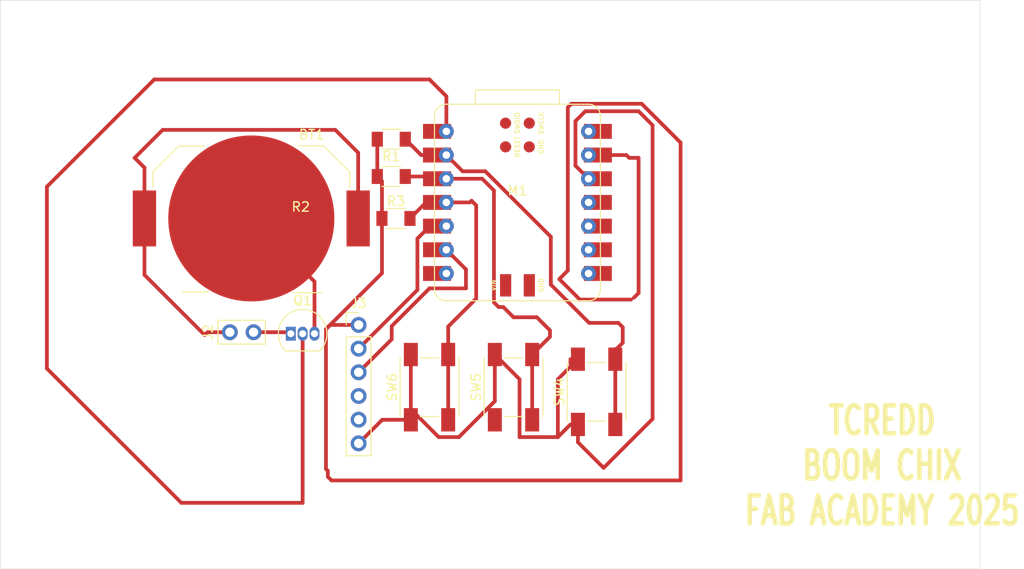
<source format=kicad_pcb>
(kicad_pcb (version 20241229) (generator "pcbnew") (generator_version "9.0")
  (layers (0 "F.Cu" signal) (2 "B.Cu" signal) (13 "F.Paste" user) (15 "B.Paste" user) (5 "F.SilkS" user "F.Silkscreen") (7 "B.SilkS" user "B.Silkscreen") (1 "F.Mask" user) (3 "B.Mask" user) (25 "Edge.Cuts" user))
  (net 0 "")
  (net 1 "Net-(BT1-+)")
  (net 2 "Net-(BT1--)")
  (net 3 "Net-(M1-D0)")
  (net 4 "GND")
  (net 6 "Net-(J2-Pin_2)")
  (net 8 "Net-(M1-D3)")
  (net 9 "Net-(M1-D2)")
  (net 11 "Net-(M1-D1)")
  (net 15 "Net-(J3-Pin_6)")
  (net 18 "Net-(J3-Pin_2)")
  (net 20 "Net-(J3-Pin_3)")
  (footprint "fab:Button_Omron_B3SN_6.0x6.0mm" (layer "F.Cu") (at 163.405 64.5 90)
    (property "Reference" "SW4" (at 0 -4 90) (layer "F.SilkS"))
    (property "Value" "Switch_Tactile_Omron")
    (fp_line (start -3.15 -3.15) (end 3.15 -3.15) (stroke (width 0.12)) (layer "F.SilkS"))
    (fp_line (start 3.15 -1) (end 3.15 1) (stroke (width 0.12)) (layer "F.SilkS"))
    (fp_line (start -3.15 1) (end -3.15 -1) (stroke (width 0.12)) (layer "F.SilkS"))
    (fp_line (start 3.15 3.15) (end -3.15 3.15) (stroke (width 0.12)) (layer "F.SilkS"))
    (pad "1" smd rect (at -3.5 -2 90) (size 2.5 1.5) (layers "F.Cu" "F.Mask" "F.Paste") (net 15 "Net-(J3-Pin_6)"))
    (pad "1" smd rect (at 3.5 -2 90) (size 2.5 1.5) (layers "F.Cu" "F.Mask" "F.Paste") (net 15 "Net-(J3-Pin_6)"))
    (pad "2" smd rect (at -3.5 2 90) (size 2.5 1.5) (layers "F.Cu" "F.Mask" "F.Paste") (net 11 "Net-(M1-D1)"))
    (pad "2" smd rect (at 3.5 2 90) (size 2.5 1.5) (layers "F.Cu" "F.Mask" "F.Paste") (net 11 "Net-(M1-D1)"))
  )
  (footprint "fab:PinHeader_01x06_P2.54mm_Vertical_THT_D1mm" (layer "F.Cu") (at 137.905 57.325)
    (property "Reference" "J3" (at 0 -2.33 0) (layer "F.SilkS"))
    (property "Value" "PinHeader_01x06_P2.54mm_Vertical_THT_D1mm")
    (fp_line (start -1.33 -1.33) (end 0 -1.33) (stroke (width 0.12)) (layer "F.SilkS"))
    (fp_line (start -1.33 0) (end -1.33 -1.33) (stroke (width 0.12)) (layer "F.SilkS"))
    (fp_line (start -1.33 1.27) (end -1.33 14.03) (stroke (width 0.12)) (layer "F.SilkS"))
    (fp_line (start -1.33 1.27) (end 1.33 1.27) (stroke (width 0.12)) (layer "F.SilkS"))
    (fp_line (start -1.33 14.03) (end 1.33 14.03) (stroke (width 0.12)) (layer "F.SilkS"))
    (fp_line (start 1.33 1.27) (end 1.33 14.03) (stroke (width 0.12)) (layer "F.SilkS"))
    (pad "1" thru_hole circle (at 0 0) (size 1.7 1.7) (drill 1) (layers "*.Cu" "*.Mask") (net 4 "GND"))
    (pad "2" thru_hole oval (at 0 2.54) (size 1.7 1.7) (drill 1) (layers "*.Cu" "*.Mask") (net 18 "Net-(J3-Pin_2)"))
    (pad "3" thru_hole oval (at 0 5.08) (size 1.7 1.7) (drill 1) (layers "*.Cu" "*.Mask") (net 20 "Net-(J3-Pin_3)"))
    (pad "4" thru_hole oval (at 0 7.62) (size 1.7 1.7) (drill 1) (layers "*.Cu" "*.Mask"))
    (pad "5" thru_hole oval (at 0 10.16) (size 1.7 1.7) (drill 1) (layers "*.Cu" "*.Mask"))
    (pad "6" thru_hole oval (at 0 12.7) (size 1.7 1.7) (drill 1) (layers "*.Cu" "*.Mask") (net 15 "Net-(J3-Pin_6)"))
  )
  (footprint "fab:R_1206" (layer "F.Cu") (at 141.405 37.405 180)
    (property "Reference" "R1" (at 0 -1.85 0) (layer "F.SilkS"))
    (property "Value" "R_1206")
    (fp_line (start 1 1.07) (end -1 1.07) (stroke (width 0.12)) (layer "F.SilkS"))
    (fp_line (start -1 -1.07) (end 1 -1.07) (stroke (width 0.12)) (layer "F.SilkS"))
    (pad "1" smd rect (at -1.5 0 180) (size 1.2 1.6) (layers "F.Cu" "F.Mask" "F.Paste") (net 11 "Net-(M1-D1)"))
    (pad "2" smd rect (at 1.5 0 180) (size 1.2 1.6) (layers "F.Cu" "F.Mask" "F.Paste") (net 4 "GND"))
  )
  (footprint "fab:Button_Omron_B3SN_6.0x6.0mm" (layer "F.Cu") (at 145.5 64 90)
    (property "Reference" "SW6" (at 0 -4 90) (layer "F.SilkS"))
    (property "Value" "Switch_Tactile_Omron" (hide yes))
    (fp_line (start -3.15 -3.15) (end 3.15 -3.15) (stroke (width 0.12)) (layer "F.SilkS"))
    (fp_line (start 3.15 -1) (end 3.15 1) (stroke (width 0.12)) (layer "F.SilkS"))
    (fp_line (start -3.15 1) (end -3.15 -1) (stroke (width 0.12)) (layer "F.SilkS"))
    (fp_line (start 3.15 3.15) (end -3.15 3.15) (stroke (width 0.12)) (layer "F.SilkS"))
    (pad "1" smd rect (at -3.5 -2 90) (size 2.5 1.5) (layers "F.Cu" "F.Mask" "F.Paste") (net 15 "Net-(J3-Pin_6)"))
    (pad "1" smd rect (at 3.5 -2 90) (size 2.5 1.5) (layers "F.Cu" "F.Mask" "F.Paste") (net 15 "Net-(J3-Pin_6)"))
    (pad "2" smd rect (at -3.5 2 90) (size 2.5 1.5) (layers "F.Cu" "F.Mask" "F.Paste") (net 8 "Net-(M1-D3)"))
    (pad "2" smd rect (at 3.5 2 90) (size 2.5 1.5) (layers "F.Cu" "F.Mask" "F.Paste") (net 8 "Net-(M1-D3)"))
  )
  (footprint "fab:PinHeader_01x02_P2.54mm_Vertical_THT_D1mm" (layer "F.Cu") (at 124.105 58.105 90)
    (property "Reference" "J2" (at 0 -2.33 90) (layer "F.SilkS"))
    (property "Value" "PinHeader_01x02_P2.54mm_Vertical_THT_D1mm")
    (fp_line (start 1.27 -1.27) (end 1.27 3.81) (stroke (width 0.12)) (layer "F.SilkS"))
    (fp_line (start -1.27 -1.27) (end 1.27 -1.27) (stroke (width 0.12)) (layer "F.SilkS"))
    (fp_line (start -1.27 -1.27) (end -1.27 3.81) (stroke (width 0.12)) (layer "F.SilkS"))
    (fp_line (start -1.27 3.81) (end 1.27 3.81) (stroke (width 0.12)) (layer "F.SilkS"))
    (pad "1" thru_hole oval (at 0 0 90) (size 1.7 1.7) (drill 1) (layers "*.Cu" "*.Mask") (net 1 "Net-(BT1-+)"))
    (pad "2" thru_hole oval (at 0 2.54 90) (size 1.7 1.7) (drill 1) (layers "*.Cu" "*.Mask") (net 6 "Net-(J2-Pin_2)"))
  )
  (footprint "fab:Button_Omron_B3SN_6.0x6.0mm" (layer "F.Cu") (at 154.5 64 90)
    (property "Reference" "SW5" (at 0 -4 90) (layer "F.SilkS"))
    (property "Value" "Switch_Tactile_Omron")
    (fp_line (start -3.15 -3.15) (end 3.15 -3.15) (stroke (width 0.12)) (layer "F.SilkS"))
    (fp_line (start 3.15 -1) (end 3.15 1) (stroke (width 0.12)) (layer "F.SilkS"))
    (fp_line (start -3.15 1) (end -3.15 -1) (stroke (width 0.12)) (layer "F.SilkS"))
    (fp_line (start 3.15 3.15) (end -3.15 3.15) (stroke (width 0.12)) (layer "F.SilkS"))
    (pad "1" smd rect (at -3.5 -2 90) (size 2.5 1.5) (layers "F.Cu" "F.Mask" "F.Paste") (net 15 "Net-(J3-Pin_6)"))
    (pad "1" smd rect (at 3.5 -2 90) (size 2.5 1.5) (layers "F.Cu" "F.Mask" "F.Paste") (net 15 "Net-(J3-Pin_6)"))
    (pad "2" smd rect (at -3.5 2 90) (size 2.5 1.5) (layers "F.Cu" "F.Mask" "F.Paste") (net 9 "Net-(M1-D2)"))
    (pad "2" smd rect (at 3.5 2 90) (size 2.5 1.5) (layers "F.Cu" "F.Mask" "F.Paste") (net 9 "Net-(M1-D2)"))
  )
  (footprint "Package_TO_SOT_THT:TO-92_Inline" (layer "F.Cu") (at 130.635 58.265)
    (property "Reference" "Q1" (at 1.27 -3.56 0) (layer "F.SilkS"))
    (property "Value" "2N3904")
    (fp_line (start -0.53 1.85) (end 3.07 1.85) (stroke (width 0.12)) (layer "F.SilkS"))
    (fp_arc (start -0.568478 1.838478) (mid -1.132087 -0.994977) (end 1.27 -2.6) (stroke (width 0.12)) (layer "F.SilkS"))
    (fp_arc (start 1.27 -2.6) (mid 3.672087 -0.994977) (end 3.108478 1.838478) (stroke (width 0.12)) (layer "F.SilkS"))
    (pad "1" thru_hole rect (at 0 0) (size 1.05 1.5) (drill 0.75) (layers "*.Cu" "*.Mask") (net 6 "Net-(J2-Pin_2)"))
    (pad "2" thru_hole oval (at 1.27 0) (size 1.05 1.5) (drill 0.75) (layers "*.Cu" "*.Mask") (net 3 "Net-(M1-D0)"))
    (pad "3" thru_hole oval (at 2.54 0) (size 1.05 1.5) (drill 0.75) (layers "*.Cu" "*.Mask") (net 2 "Net-(BT1--)"))
  )
  (footprint "fab:R_1206" (layer "F.Cu") (at 141.405 41.405 180)
    (property "Reference" "R2" (at 9.7 -3.26 0) (layer "F.SilkS"))
    (property "Value" "R_1206")
    (fp_line (start 1 1.07) (end -1 1.07) (stroke (width 0.12)) (layer "F.SilkS"))
    (fp_line (start -1 -1.07) (end 1 -1.07) (stroke (width 0.12)) (layer "F.SilkS"))
    (pad "1" smd rect (at -1.5 0 180) (size 1.2 1.6) (layers "F.Cu" "F.Mask" "F.Paste") (net 9 "Net-(M1-D2)"))
    (pad "2" smd rect (at 1.5 0 180) (size 1.2 1.6) (layers "F.Cu" "F.Mask" "F.Paste") (net 4 "GND"))
  )
  (footprint "fab:R_1206" (layer "F.Cu") (at 141.905 45.905)
    (property "Reference" "R3" (at 0 -1.85 0) (layer "F.SilkS"))
    (property "Value" "R_1206")
    (fp_line (start -1 -1.07) (end 1 -1.07) (stroke (width 0.12)) (layer "F.SilkS"))
    (fp_line (start 1 1.07) (end -1 1.07) (stroke (width 0.12)) (layer "F.SilkS"))
    (pad "1" smd rect (at -1.5 0) (size 1.2 1.6) (layers "F.Cu" "F.Mask" "F.Paste") (net 4 "GND"))
    (pad "2" smd rect (at 1.5 0) (size 1.2 1.6) (layers "F.Cu" "F.Mask" "F.Paste") (net 8 "Net-(M1-D3)"))
  )
  (footprint "fab:Battery-Holder_Coin-Cell_CR2032_Linx_BAT-HLD-001" (layer "F.Cu") (at 126.405 45.905)
    (property "Reference" "BT1" (at 5 -9 0) (layer "F.SilkS") (effects (justify left)))
    (property "Value" "Battery-Holder_Coin-Cell_CR2032_Linx_BAT-HLD-001")
    (fp_line (start -10.55 -5) (end -10.55 -3.35) (stroke (width 0.12)) (layer "F.SilkS"))
    (fp_line (start -7.8 -7.75) (end -10.55 -5) (stroke (width 0.12)) (layer "F.SilkS"))
    (fp_line (start -7.8 -7.75) (end -5 -7.75) (stroke (width 0.12)) (layer "F.SilkS"))
    (fp_line (start -7.37 7.89) (end -4.57 7.89) (stroke (width 0.12)) (layer "F.SilkS"))
    (fp_line (start 5 -7.8) (end 7.7 -7.8) (stroke (width 0.12)) (layer "F.SilkS"))
    (fp_line (start 7.58 7.96) (end 4.36 7.96) (stroke (width 0.12)) (layer "F.SilkS"))
    (fp_line (start 7.7 -7.8) (end 10.55 -5) (stroke (width 0.12)) (layer "F.SilkS"))
    (fp_line (start 10.55 -5) (end 10.55 -3.33) (stroke (width 0.12)) (layer "F.SilkS"))
    (pad "1" smd rect (at -11.45 0) (size 2.5 6) (layers "F.Cu" "F.Mask" "F.Paste") (net 1 "Net-(BT1-+)"))
    (pad "1" smd rect (at 11.45 0) (size 2.5 6) (layers "F.Cu" "F.Mask" "F.Paste") (net 1 "Net-(BT1-+)"))
    (pad "2" smd circle (at 0 0) (size 17.8 17.8) (layers "F.Cu" "F.Mask" "F.Paste") (net 2 "Net-(BT1--)"))
  )
  (footprint "fab:SeeedStudio_XIAO_RP2040" (layer "F.Cu") (at 154.92 44.185)
    (property "Reference" "M1" (at 0 -1.27 0) (layer "F.SilkS"))
    (property "Value" "Module_XIAO-RP2040")
    (fp_line (start -8.8875 9.281) (end -8.8875 -9.261) (stroke (width 0.12)) (layer "F.SilkS"))
    (fp_line (start -7.6175 -10.531) (end 7.6225 -10.531) (stroke (width 0.12)) (layer "F.SilkS"))
    (fp_line (start 7.6225 10.551) (end -7.6175 10.551) (stroke (width 0.12)) (layer "F.SilkS"))
    (fp_line (start 8.8925 -9.261) (end 8.8925 9.281) (stroke (width 0.12)) (layer "F.SilkS"))
    (fp_rect (start -4.4975 -10.531) (end 4.5025 -12.055) (stroke (width 0.12)) (fill no) (layer "F.SilkS"))
    (fp_arc (start -8.8875 -9.261) (mid -8.515526 -10.159026) (end -7.6175 -10.531) (stroke (width 0.12)) (layer "F.SilkS"))
    (fp_arc (start -7.6175 10.551) (mid -8.515526 10.179026) (end -8.8875 9.281) (stroke (width 0.12)) (layer "F.SilkS"))
    (fp_arc (start 7.6225 -10.531) (mid 8.520526 -10.159026) (end 8.8925 -9.261) (stroke (width 0.12)) (layer "F.SilkS"))
    (fp_arc (start 8.8925 9.281) (mid 8.520526 10.179026) (end 7.6225 10.551) (stroke (width 0.12)) (layer "F.SilkS"))
    (fp_text user "RESET" (at 0 -5.96 90) (layer "F.SilkS") (effects (font (size 0.5 0.5) (thickness 0.1) (bold yes))))
    (fp_text user "GND" (at 2.54 -5.96 90) (layer "F.SilkS") (effects (font (size 0.5 0.5) (thickness 0.1) (bold yes))))
    (fp_text user "GND" (at 2.545 8.89 90) (layer "F.SilkS") (effects (font (size 0.5 0.5) (thickness 0.1) (bold yes))))
    (fp_text user "VIN" (at -2.535 8.89 90) (layer "F.SilkS") (effects (font (size 0.5 0.5) (thickness 0.1) (bold yes))))
    (fp_text user "SWDIO" (at 0 -8.5 90) (layer "F.SilkS") (effects (font (size 0.5 0.5) (thickness 0.1) (bold yes))))
    (fp_text user "SWCLK" (at 2.54 -8.5 90) (layer "F.SilkS") (effects (font (size 0.5 0.5) (thickness 0.1) (bold yes))))
    (pad "1" thru_hole circle (at -7.615 -7.62) (size 1.6 1.6) (drill 0.8) (layers "*.Cu" "*.Mask") (net 3 "Net-(M1-D0)"))
    (pad "1" smd rect (at -7.615 -7.62) (size 3 1.6) (drill (offset -1 0)) (layers "F.Cu" "F.Mask" "F.Paste") (net 3 "Net-(M1-D0)"))
    (pad "2" thru_hole circle (at -7.615 -5.08) (size 1.6 1.6) (drill 0.8) (layers "*.Cu" "*.Mask") (net 11 "Net-(M1-D1)"))
    (pad "2" smd rect (at -7.615 -5.08) (size 3 1.6) (drill (offset -1 0)) (layers "F.Cu" "F.Mask" "F.Paste") (net 11 "Net-(M1-D1)"))
    (pad "3" thru_hole circle (at -7.615 -2.54) (size 1.6 1.6) (drill 0.8) (layers "*.Cu" "*.Mask") (net 9 "Net-(M1-D2)"))
    (pad "3" smd rect (at -7.615 -2.54) (size 3 1.6) (drill (offset -1 0)) (layers "F.Cu" "F.Mask" "F.Paste") (net 9 "Net-(M1-D2)"))
    (pad "4" thru_hole circle (at -7.615 0) (size 1.6 1.6) (drill 0.8) (layers "*.Cu" "*.Mask") (net 8 "Net-(M1-D3)"))
    (pad "4" smd rect (at -7.615 0) (size 3 1.6) (drill (offset -1 0)) (layers "F.Cu" "F.Mask" "F.Paste") (net 8 "Net-(M1-D3)"))
    (pad "5" thru_hole circle (at -7.615 2.54) (size 1.6 1.6) (drill 0.8) (layers "*.Cu" "*.Mask") (net 18 "Net-(J3-Pin_2)"))
    (pad "5" smd rect (at -7.615 2.54) (size 3 1.6) (drill (offset -1 0)) (layers "F.Cu" "F.Mask" "F.Paste") (net 18 "Net-(J3-Pin_2)"))
    (pad "6" thru_hole circle (at -7.615 5.08) (size 1.6 1.6) (drill 0.8) (layers "*.Cu" "*.Mask") (net 20 "Net-(J3-Pin_3)"))
    (pad "6" smd rect (at -7.615 5.08) (size 3 1.6) (drill (offset -1 0)) (layers "F.Cu" "F.Mask" "F.Paste") (net 20 "Net-(J3-Pin_3)"))
    (pad "7" thru_hole circle (at -7.615 7.62) (size 1.6 1.6) (drill 0.8) (layers "*.Cu" "*.Mask"))
    (pad "7" smd rect (at -7.615 7.62) (size 3 1.6) (drill (offset -1 0)) (layers "F.Cu" "F.Mask" "F.Paste"))
    (pad "8" thru_hole circle (at 7.62 7.62) (size 1.6 1.6) (drill 0.8) (layers "*.Cu" "*.Mask"))
    (pad "8" smd rect (at 7.62 7.62) (size 3 1.6) (drill (offset 1 0)) (layers "F.Cu" "F.Mask" "F.Paste"))
    (pad "9" thru_hole circle (at 7.62 5.08) (size 1.6 1.6) (drill 0.8) (layers "*.Cu" "*.Mask"))
    (pad "9" smd rect (at 7.62 5.08) (size 3 1.6) (drill (offset 1 0)) (layers "F.Cu" "F.Mask" "F.Paste"))
    (pad "10" thru_hole circle (at 7.62 2.54) (size 1.6 1.6) (drill 0.8) (layers "*.Cu" "*.Mask"))
    (pad "10" smd rect (at 7.62 2.54) (size 3 1.6) (drill (offset 1 0)) (layers "F.Cu" "F.Mask" "F.Paste"))
    (pad "11" thru_hole circle (at 7.62 0) (size 1.6 1.6) (drill 0.8) (layers "*.Cu" "*.Mask"))
    (pad "11" smd rect (at 7.62 0) (size 3 1.6) (drill (offset 1 0)) (layers "F.Cu" "F.Mask" "F.Paste"))
    (pad "12" thru_hole circle (at 7.62 -2.54) (size 1.6 1.6) (drill 0.8) (layers "*.Cu" "*.Mask") (net 15 "Net-(J3-Pin_6)"))
    (pad "12" smd rect (at 7.62 -2.54) (size 3 1.6) (drill (offset 1 0)) (layers "F.Cu" "F.Mask" "F.Paste") (net 15 "Net-(J3-Pin_6)"))
    (pad "13" thru_hole circle (at 7.62 -5.08) (size 1.6 1.6) (drill 0.8) (layers "*.Cu" "*.Mask") (net 4 "GND"))
    (pad "13" smd rect (at 7.62 -5.08) (size 3 1.6) (drill (offset 1 0)) (layers "F.Cu" "F.Mask" "F.Paste") (net 4 "GND"))
    (pad "14" thru_hole circle (at 7.62 -7.62) (size 1.6 1.6) (drill 0.8) (layers "*.Cu" "*.Mask"))
    (pad "14" smd rect (at 7.62 -7.62) (size 3 1.6) (drill (offset 1 0)) (layers "F.Cu" "F.Mask" "F.Paste"))
    (pad "15" smd rect (at 1.275 8.89 270) (size 2.4 1.2) (layers "F.Cu" "F.Mask" "F.Paste"))
    (pad "16" smd rect (at -1.265 8.89 270) (size 2.4 1.2) (layers "F.Cu" "F.Mask" "F.Paste"))
    (pad "17" smd circle (at -1.27 -8.5) (size 1.2 1.2) (layers "F.Cu" "F.Mask" "F.Paste"))
    (pad "18" smd circle (at -1.27 -5.96) (size 1.2 1.2) (layers "F.Cu" "F.Mask" "F.Paste"))
    (pad "19" smd circle (at 1.27 -5.96) (size 1.2 1.2) (layers "F.Cu" "F.Mask" "F.Paste"))
    (pad "20" smd circle (at 1.27 -8.5) (size 1.2 1.2) (layers "F.Cu" "F.Mask" "F.Paste"))
  )
  (gr_rect (start 99.5 22.5) (end 204.5 83.5) (stroke (width 0.05)) (fill no) (layer "Edge.Cuts"))
  (gr_text "TCREDD\nBOOM CHIX\nFAB ACADEMY 2025" (at 194 79 0) (layer "F.SilkS") (effects (font (size 3 2) (thickness 0.5) (bold yes)) (justify bottom)))
  (segment (start 114.955 51.955) (end 121.405 58.405) (width 0.4) (layer "F.Cu") (net 1))
  (segment (start 135.405 36.405) (end 116.905 36.405) (width 0.4) (layer "F.Cu") (net 1))
  (segment (start 137.855 38.855) (end 135.405 36.405) (width 0.4) (layer "F.Cu") (net 1))
  (segment (start 121.705 58.105) (end 124.105 58.105) (width 0.4) (layer "F.Cu") (net 1))
  (segment (start 121.405 58.405) (end 121.705 58.105) (width 0.4) (layer "F.Cu") (net 1))
  (segment (start 116.905 36.405) (end 113.905 39.405) (width 0.4) (layer "F.Cu") (net 1))
  (segment (start 114.955 45.905) (end 114.955 51.955) (width 0.4) (layer "F.Cu") (net 1))
  (segment (start 114.955 40.455) (end 114.955 45.905) (width 0.4) (layer "F.Cu") (net 1))
  (segment (start 137.855 45.905) (end 137.855 38.855) (width 0.4) (layer "F.Cu") (net 1))
  (segment (start 113.905 39.405) (end 114.955 40.455) (width 0.4) (layer "F.Cu") (net 1))
  (segment (start 133.175 52.675) (end 126.405 45.905) (width 0.4) (layer "F.Cu") (net 2))
  (segment (start 133.175 52.675) (end 133.175 58.265) (width 0.4) (layer "F.Cu") (net 2))
  (segment (start 104.5 42.5) (end 116 31) (width 0.4) (layer "F.Cu") (net 3))
  (segment (start 104.5 62) (end 104.5 42.5) (width 0.4) (layer "F.Cu") (net 3))
  (segment (start 147.305 32.805) (end 147.305 36.565) (width 0.4) (layer "F.Cu") (net 3))
  (segment (start 116 31) (end 145.5 31) (width 0.4) (layer "F.Cu") (net 3))
  (segment (start 131.905 76.405) (end 118.905 76.405) (width 0.4) (layer "F.Cu") (net 3))
  (segment (start 145.5 31) (end 147.305 32.805) (width 0.4) (layer "F.Cu") (net 3))
  (segment (start 118.905 76.405) (end 104.5 62) (width 0.4) (layer "F.Cu") (net 3))
  (segment (start 131.905 58.265) (end 131.905 76.405) (width 0.4) (layer "F.Cu") (net 3))
  (segment (start 167.104 54.604) (end 161.604 54.604) (width 0.4) (layer "F.Cu") (net 4))
  (segment (start 140.405 51.772215) (end 140.405 45.905) (width 0.4) (layer "F.Cu") (net 4))
  (segment (start 160.321 33.989) (end 160.706 33.604) (width 0.4) (layer "F.Cu") (net 4))
  (segment (start 167.405 54.405) (end 167.905 53.905) (width 0.4) (layer "F.Cu") (net 4))
  (segment (start 140.405 45.905) (end 140.405 41.905) (width 0.4) (layer "F.Cu") (net 4))
  (segment (start 140.405 41.905) (end 139.905 41.405) (width 0.4) (layer "F.Cu") (net 4))
  (segment (start 134.405 72.772214) (end 134.405 57.772215) (width 0.4) (layer "F.Cu") (net 4))
  (segment (start 172.405 74) (end 135 74) (width 0.4) (layer "F.Cu") (net 4))
  (segment (start 166.605 39.105) (end 162.54 39.105) (width 0.4) (layer "F.Cu") (net 4))
  (segment (start 135 74) (end 134.604 73.604) (width 0.4) (layer "F.Cu") (net 4))
  (segment (start 160.706 33.604) (end 168.236786 33.604) (width 0.4) (layer "F.Cu") (net 4))
  (segment (start 168.236786 33.604) (end 172.405 37.772214) (width 0.4) (layer "F.Cu") (net 4))
  (segment (start 134.604 73.604) (end 134.604 72.971214) (width 0.4) (layer "F.Cu") (net 4))
  (segment (start 159.405 52.405) (end 160.321 51.489) (width 0.4) (layer "F.Cu") (net 4))
  (segment (start 134.405 57.772215) (end 140.405 51.772215) (width 0.4) (layer "F.Cu") (net 4))
  (segment (start 137.905 57.325) (end 134.852215 57.325) (width 0.4) (layer "F.Cu") (net 4))
  (segment (start 160.321 51.489) (end 160.321 33.989) (width 0.4) (layer "F.Cu") (net 4))
  (segment (start 167.905 53.905) (end 167.905 39.405) (width 0.4) (layer "F.Cu") (net 4))
  (segment (start 166.905 39.405) (end 166.605 39.105) (width 0.4) (layer "F.Cu") (net 4))
  (segment (start 161.604 54.604) (end 159.405 52.405) (width 0.4) (layer "F.Cu") (net 4))
  (segment (start 139.905 37.405) (end 139.905 41.405) (width 0.4) (layer "F.Cu") (net 4))
  (segment (start 167.905 39.405) (end 166.905 39.405) (width 0.4) (layer "F.Cu") (net 4))
  (segment (start 134.852215 57.325) (end 134.405 57.772215) (width 0.4) (layer "F.Cu") (net 4))
  (segment (start 172.405 37.772214) (end 172.405 74) (width 0.4) (layer "F.Cu") (net 4))
  (segment (start 134.604 72.971214) (end 134.405 72.772214) (width 0.4) (layer "F.Cu") (net 4))
  (segment (start 130.475 58.105) (end 130.635 58.265) (width 0.4) (layer "F.Cu") (net 6))
  (segment (start 126.645 58.105) (end 130.475 58.105) (width 0.4) (layer "F.Cu") (net 6))
  (segment (start 145.125 44.185) (end 147.305 44.185) (width 0.4) (layer "F.Cu") (net 8))
  (segment (start 150.5 44.5) (end 150 44) (width 0.4) (layer "F.Cu") (net 8))
  (segment (start 150.5 54.5) (end 150.5 44.5) (width 0.4) (layer "F.Cu") (net 8))
  (segment (start 143.405 45.905) (end 145.125 44.185) (width 0.4) (layer "F.Cu") (net 8))
  (segment (start 147.5 57.5) (end 150.5 54.5) (width 0.4) (layer "F.Cu") (net 8))
  (segment (start 150 44) (end 149.815 44.185) (width 0.4) (layer "F.Cu") (net 8))
  (segment (start 147.5 67.5) (end 147.5 60.5) (width 0.4) (layer "F.Cu") (net 8))
  (segment (start 147.5 60.5) (end 147.5 57.5) (width 0.4) (layer "F.Cu") (net 8))
  (segment (start 149.815 44.185) (end 147.305 44.185) (width 0.4) (layer "F.Cu") (net 8))
  (segment (start 142.905 41.405) (end 147.065 41.405) (width 0.4) (layer "F.Cu") (net 9))
  (segment (start 147.065 41.405) (end 147.305 41.645) (width 0.4) (layer "F.Cu") (net 9))
  (segment (start 156.5 60.5) (end 158.405 58.595) (width 0.4) (layer "F.Cu") (net 9))
  (segment (start 158.405 57.905) (end 157 56.5) (width 0.4) (layer "F.Cu") (net 9))
  (segment (start 151.145 41.645) (end 147.305 41.645) (width 0.4) (layer "F.Cu") (net 9))
  (segment (start 154.5 56.5) (end 153.405 55.405) (width 0.4) (layer "F.Cu") (net 9))
  (segment (start 153.405 55.405) (end 152.905 55.405) (width 0.4) (layer "F.Cu") (net 9))
  (segment (start 145.645 41.645) (end 147.305 41.645) (width 0.4) (layer "F.Cu") (net 9))
  (segment (start 156.5 60.5) (end 156.5 67.5) (width 0.4) (layer "F.Cu") (net 9))
  (segment (start 152.905 55.405) (end 152.405 54.905) (width 0.4) (layer "F.Cu") (net 9))
  (segment (start 152.405 42.905) (end 151.145 41.645) (width 0.4) (layer "F.Cu") (net 9))
  (segment (start 152.405 54.905) (end 152.405 42.905) (width 0.4) (layer "F.Cu") (net 9))
  (segment (start 158.405 58.595) (end 158.405 57.905) (width 0.4) (layer "F.Cu") (net 9))
  (segment (start 157 56.5) (end 154.5 56.5) (width 0.4) (layer "F.Cu") (net 9))
  (segment (start 147.305 39.105) (end 149.044 40.844) (width 0.4) (layer "F.Cu") (net 11))
  (segment (start 165.405 60.037785) (end 165.537785 59.905) (width 0.4) (layer "F.Cu") (net 11))
  (segment (start 166.206 57.573215) (end 166.206 59.236785) (width 0.4) (layer "F.Cu") (net 11))
  (segment (start 158.5 53) (end 162.604 57.104) (width 0.4) (layer "F.Cu") (net 11))
  (segment (start 142.905 37.405) (end 144.605 39.105) (width 0.4) (layer "F.Cu") (net 11))
  (segment (start 165.405 61) (end 165.405 68) (width 0.4) (layer "F.Cu") (net 11))
  (segment (start 166.206 59.236785) (end 165.537785 59.905) (width 0.4) (layer "F.Cu") (net 11))
  (segment (start 165.537785 59.905) (end 165.405 59.905) (width 0.4) (layer "F.Cu") (net 11))
  (segment (start 162.604 57.104) (end 165.736785 57.104) (width 0.4) (layer "F.Cu") (net 11))
  (segment (start 165.405 61) (end 165.405 60.037785) (width 0.4) (layer "F.Cu") (net 11))
  (segment (start 165.736785 57.104) (end 166.206 57.573215) (width 0.4) (layer "F.Cu") (net 11))
  (segment (start 149.044 40.844) (end 151.476786 40.844) (width 0.4) (layer "F.Cu") (net 11))
  (segment (start 151.476786 40.844) (end 158.5 47.867214) (width 0.4) (layer "F.Cu") (net 11))
  (segment (start 144.605 39.105) (end 147.305 39.105) (width 0.4) (layer "F.Cu") (net 11))
  (segment (start 158.5 47.867214) (end 158.5 53) (width 0.4) (layer "F.Cu") (net 11))
  (segment (start 161.139 40.244) (end 162.54 41.645) (width 0.4) (layer "F.Cu") (net 15))
  (segment (start 152.5 65.5) (end 148.649 69.351) (width 0.4) (layer "F.Cu") (net 15))
  (segment (start 143.5 60.5) (end 143.5 66.699) (width 0.4) (layer "F.Cu") (net 15))
  (segment (start 161.405 69.905) (end 164.155 72.655) (width 0.4) (layer "F.Cu") (net 15))
  (segment (start 161.405 61) (end 159.253 63.152) (width 0.4) (layer "F.Cu") (net 15))
  (segment (start 167.905 34.405) (end 162.198 34.405) (width 0.4) (layer "F.Cu") (net 15))
  (segment (start 155.149 63.149) (end 155.149 69.351) (width 0.4) (layer "F.Cu") (net 15))
  (segment (start 148.649 69.351) (end 146.483784 69.351) (width 0.4) (layer "F.Cu") (net 15))
  (segment (start 169.405 35.905) (end 167.905 34.405) (width 0.4) (layer "F.Cu") (net 15))
  (segment (start 159.253 69.351) (end 160.052 68.552) (width 0.4) (layer "F.Cu") (net 15))
  (segment (start 161.139 35.464) (end 161.139 40.244) (width 0.4) (layer "F.Cu") (net 15))
  (segment (start 160.052 68.552) (end 160.604 68) (width 0.4) (layer "F.Cu") (net 15))
  (segment (start 152.5 60.5) (end 155.149 63.149) (width 0.4) (layer "F.Cu") (net 15))
  (segment (start 169.405 67.405) (end 169.405 35.905) (width 0.4) (layer "F.Cu") (net 15))
  (segment (start 137.905 70.025) (end 140.43 67.5) (width 0.4) (layer "F.Cu") (net 15))
  (segment (start 152.5 60.5) (end 152.5 65.5) (width 0.4) (layer "F.Cu") (net 15))
  (segment (start 140.43 67.5) (end 142.699 67.5) (width 0.4) (layer "F.Cu") (net 15))
  (segment (start 160.604 61.5) (end 160.604 61) (width 0.4) (layer "F.Cu") (net 15))
  (segment (start 159.253 63.152) (end 159.253 69.351) (width 0.4) (layer "F.Cu") (net 15))
  (segment (start 162.198 34.405) (end 161.139 35.464) (width 0.4) (layer "F.Cu") (net 15))
  (segment (start 161.405 68) (end 161.405 69.905) (width 0.4) (layer "F.Cu") (net 15))
  (segment (start 146.483784 69.351) (end 144.066392 66.933608) (width 0.4) (layer "F.Cu") (net 15))
  (segment (start 155.149 69.351) (end 159.253 69.351) (width 0.4) (layer "F.Cu") (net 15))
  (segment (start 164.155 72.655) (end 169.405 67.405) (width 0.4) (layer "F.Cu") (net 15))
  (segment (start 144.204 48.065) (end 145.544 46.725) (width 0.4) (layer "F.Cu") (net 18))
  (segment (start 144.204 53.566) (end 144.204 48.065) (width 0.4) (layer "F.Cu") (net 18))
  (segment (start 145.544 46.725) (end 147.305 46.725) (width 0.4) (layer "F.Cu") (net 18))
  (segment (start 137.905 59.865) (end 144.204 53.566) (width 0.4) (layer "F.Cu") (net 18))
  (segment (start 141.451393 57.451393) (end 145.497786 53.405) (width 0.4) (layer "F.Cu") (net 20))
  (segment (start 145.497786 53.405) (end 149.405 53.405) (width 0.4) (layer "F.Cu") (net 20))
  (segment (start 149.405 51.365) (end 147.305 49.265) (width 0.4) (layer "F.Cu") (net 20))
  (segment (start 141.451393 58.858607) (end 141.451393 57.451393) (width 0.4) (layer "F.Cu") (net 20))
  (segment (start 149.405 53.405) (end 149.405 51.365) (width 0.4) (layer "F.Cu") (net 20))
  (segment (start 137.905 62.405) (end 141.451393 58.858607) (width 0.4) (layer "F.Cu") (net 20))
)
</source>
